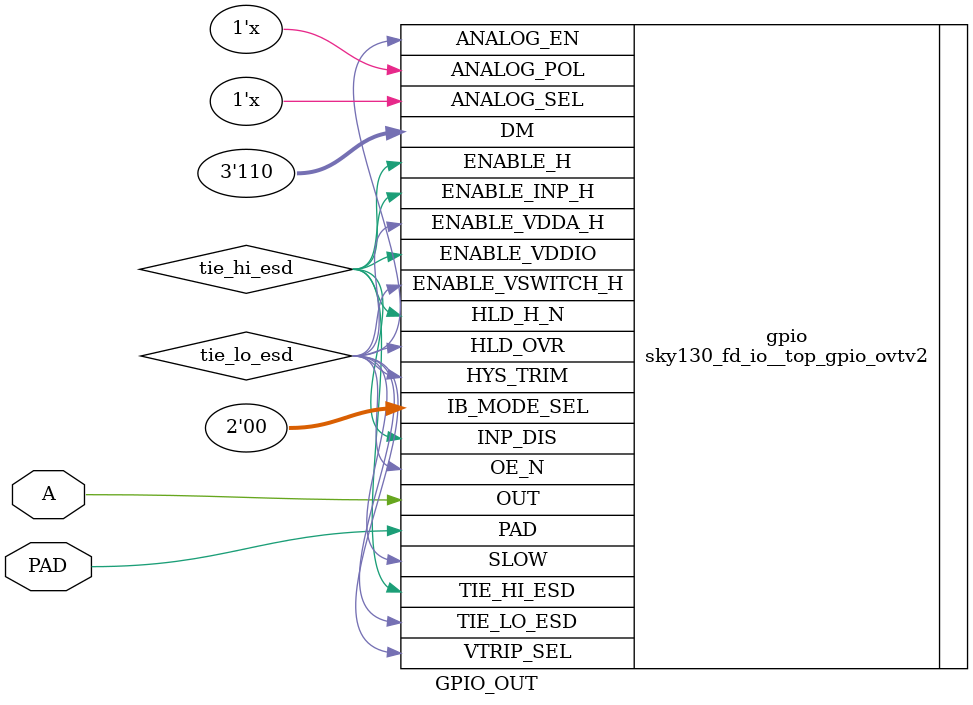
<source format=v>

module GPIO_OUT (
  input A, // Data output => write to external/PAD  || direction A to PAD
  //output Y, // Data input => read from external/PAD || direction PAD to Y
  inout PAD, // bi-directional pad
  //input DIR //----- when direction enabled(1), the signal is propagated from PAD to data input(Y)
);
  wire tie_hi_esd, tie_lo_esd;

  sky130_fd_io__top_gpio_ovtv2 gpio(
    // Direction PAD to IN => input buffer enable
    // REF. assign IN   = (x_on_in_lv ===1 || pwr_good_inpbuff_lv===0) ? 1'bx : (disable_inp_buff_lv===1 ? 0 : (^PAD===1'bx ? 1'bx : PAD));
    //.IN(Y),
    .INP_DIS(tie_hi_esd), // when DIR==1(INP_DIS==0), the signal is propagated from PAD to Y(IN)||input buffer enbled (active low)
    .ENABLE_INP_H(tie_hi_esd), // enable input buffer powr on/off. hard-tie to either tie_hi_esd or tie_lo_esd and should not be register controlled.
    .TIE_HI_ESD(tie_hi_esd), // connected to VDDIO/Logic High
    .TIE_LO_ESD(tie_lo_esd), // connected to VSSIO/Logic Low
    .VTRIP_SEL(tie_lo_esd), // define input buffer voltage 30%/70% of Vddio.
    .HYS_TRIM(tie_lo_esd), // input buffer ref. signaling voltage < 2.2v selected
    .IB_MODE_SEL(2'b00), // input buffer mode CMOS selected
//  .VINREF // only used when IB_MODE_SEL(10/11) selected

    // Direction OUT to PAD => Output buffer enable
    // REF. out_final  	<= (^out_buf  === 1'bx  || !pwr_good_hold_ovr_mode) ? 1'bx   : out_buf;
    // if (^ENABLE_H===1'bx || !pwr_good_hold_mode || (ENABLE_H===1 && (^hld_h_n_buf===1'bx ||(hld_h_n_buf===0 &&  hld_ovr_final===1'bx)||(hld_h_n_buf===1 &&  hld_ovr_final===1'bx)))) ------- this conditions restrict output buffer flow
    .OUT(A),
    .OE_N(tie_lo_esd), //when DIR==0, the signal is propagated from OUT to pad|| outpu buffer enabled (active low)
    .HLD_H_N(tie_hi_esd), // When hld_h_n=1, HLD_OVR signal is ignored (active low)
    .ENABLE_H(tie_hi_esd), // The enable_h signal takes priority over the hld_h_n signal|| PAD I/O enable
    .ENABLE_VDDA_H(tie_lo_esd), // The master enable signal to the I/O-cell’s analog section (1'b0 =>disabled)
    .ENABLE_VDDIO(tie_hi_esd), // I/O pwr supply enabled
    .ENABLE_VSWITCH_H(tie_lo_esd), // vswitch disabled
    .SLOW(tie_lo_esd), // output slew rate default selected
//  .SLEW_CTL, // needed only for I2C config
    .HLD_OVR(tie_lo_esd), // // No hold override (normal)
    .ANALOG_EN(tie_lo_esd), // Analog mode disabled
    .ANALOG_SEL(1'bx), //  Analog mode disabled
    .ANALOG_POL(1'bx), //  Analog mode disabled
    .DM(3'b110), // Strong pull-up/down mode

    .PAD(PAD)
);
endmodule



</source>
